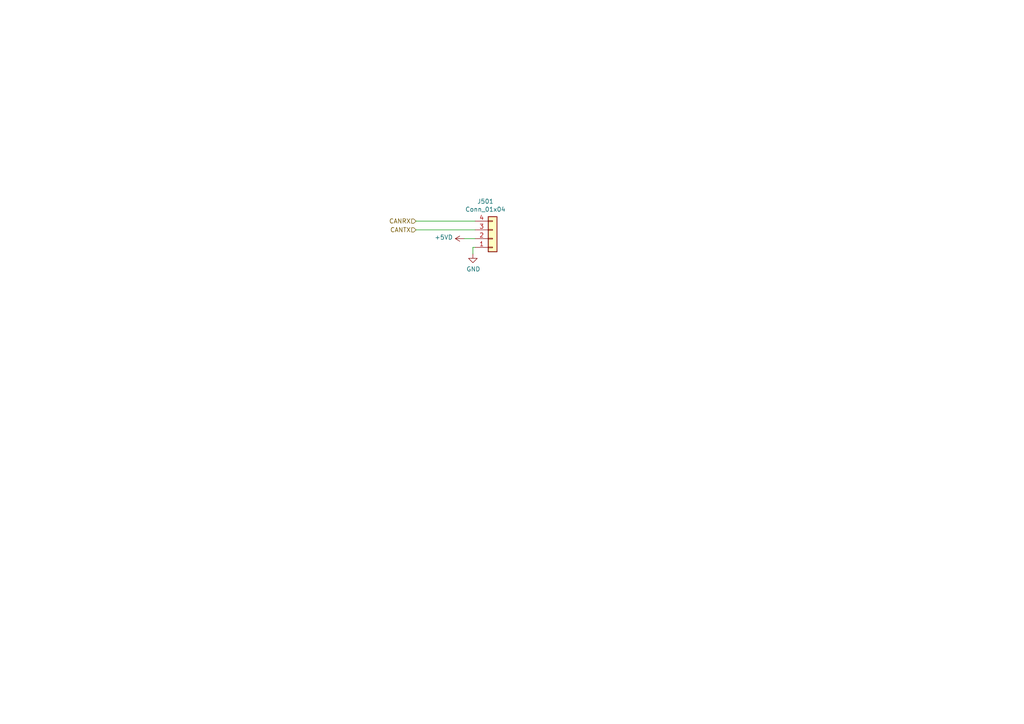
<source format=kicad_sch>
(kicad_sch (version 20211123) (generator eeschema)
  (paper "A4")
  (title_block (title "Connector Cube V2") (date "2021-12-21") (rev "V2.00A") (company "CubeDeb-F4DEB") (comment 1 "BUS CAN"))
  (lib_symbols
    (symbol "Connector_Generic:Conn_01x04" (pin_names (offset 1.016) hide)
      (property "Reference" "J" (at 0 5.08 0))
      (property "Value" "Connector_Generic_Conn_01x04" (at 0 -7.62 0))
      (symbol "Conn_01x04_1_1"
        (rectangle (start -1.27 -4.953) (end 0 -5.207) (stroke (width 0.1524)))
        (rectangle (start -1.27 -2.413) (end 0 -2.667) (stroke (width 0.1524)))
        (rectangle (start -1.27 0.127) (end 0 -0.127) (stroke (width 0.1524)))
        (rectangle (start -1.27 2.667) (end 0 2.413) (stroke (width 0.1524)))
        (rectangle (start -1.27 3.81) (end 1.27 -6.35) (stroke (width 0.254)) (fill (type background)))
        (pin passive line (at -5.08 2.54 0) (length 3.81) (name "Pin_1") (number "1"))
        (pin passive line (at -5.08 0 0) (length 3.81) (name "Pin_2") (number "2"))
        (pin passive line (at -5.08 -2.54 0) (length 3.81) (name "Pin_3") (number "3"))
        (pin passive line (at -5.08 -5.08 0) (length 3.81) (name "Pin_4") (number "4"))
      )
    )
    (symbol "power:+5VD" (power) (pin_names (offset 0))
      (property "Value" "power_+5VD" (at 0 3.556 0))
      (symbol "+5VD_0_1"
        (polyline (pts (xy -0.762 1.27) (xy 0 2.54)))
        (polyline (pts (xy 0 0) (xy 0 2.54)))
        (polyline (pts (xy 0 2.54) (xy 0.762 1.27)))
      )
      (symbol "+5VD_1_1"
        (pin power_in line (at 0 0 90) (length 0) hide (name "+5VD") (number "1"))
      )
    )
    (symbol "power:GND" (power) (pin_names (offset 0))
      (property "Value" "power_GND" (at 0 -3.81 0))
      (symbol "GND_0_1"
        (polyline (pts (xy 0 0) (xy 0 -1.27) (xy 1.27 -1.27) (xy 0 -2.54) (xy -1.27 -1.27) (xy 0 -1.27)))
      )
      (symbol "GND_1_1"
        (pin power_in line (at 0 0 270) (length 0) hide (name "GND") (number "1"))
      )
    )
  )
  (wire (pts (xy 137.795 64.135) (xy 120.65 64.135)))
  (wire (pts (xy 137.795 69.215) (xy 134.62 69.215)))
  (wire (pts (xy 137.16 71.755) (xy 137.16 73.66)))
  (wire (pts (xy 137.795 71.755) (xy 137.16 71.755)))
  (wire (pts (xy 137.795 66.675) (xy 120.65 66.675)))
  (hierarchical_label "CANRX" (shape input) (at 120.65 64.135 180))
  (hierarchical_label "CANTX" (shape input) (at 120.65 66.675 180))
  (symbol (lib_id "Connector_Generic:Conn_01x04") (at 142.875 69.215 0) (mirror x) (unit 1)
    (property "Reference" "J501" (at 140.7922 58.42 0))
    (property "Value" "Conn_01x04" (at 140.7922 60.7314 0))
    (property "Footprint" "Connector_JST:JST_GH_BM04B-GHS-TBT_1x04-1MP_P1.25mm_Vertical" (effects hide))
  )
  (symbol (lib_id "power:+5VD") (at 134.62 69.215 90) (unit 1)
    (property "Reference" "#PWR0201" (effects hide))
    (property "Value" "+5VD" (at 131.3688 68.834 90) (effects (justify left)))
  )
  (symbol (lib_id "power:GND") (at 137.16 73.66 0) (unit 1)
    (property "Reference" "#PWR0202" (effects hide))
    (property "Value" "GND" (at 137.287 78.0542 0))
  )
)
</source>
